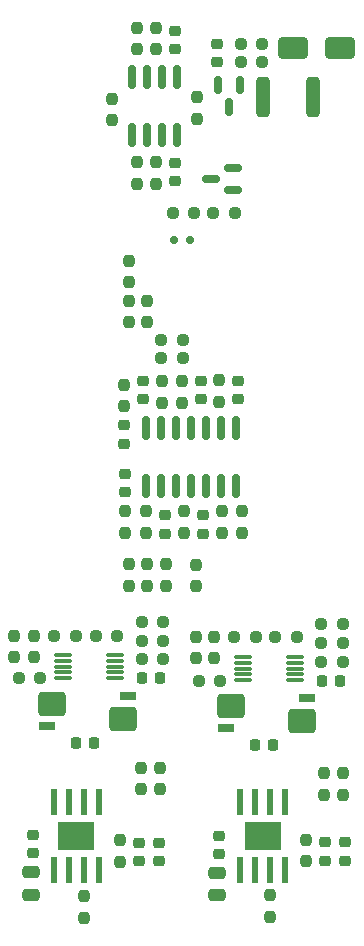
<source format=gbr>
%TF.GenerationSoftware,KiCad,Pcbnew,8.0.1*%
%TF.CreationDate,2024-06-19T16:46:37+02:00*%
%TF.ProjectId,MotorShield,4d6f746f-7253-4686-9965-6c642e6b6963,V_1*%
%TF.SameCoordinates,Original*%
%TF.FileFunction,Paste,Top*%
%TF.FilePolarity,Positive*%
%FSLAX46Y46*%
G04 Gerber Fmt 4.6, Leading zero omitted, Abs format (unit mm)*
G04 Created by KiCad (PCBNEW 8.0.1) date 2024-06-19 16:46:37*
%MOMM*%
%LPD*%
G01*
G04 APERTURE LIST*
G04 Aperture macros list*
%AMRoundRect*
0 Rectangle with rounded corners*
0 $1 Rounding radius*
0 $2 $3 $4 $5 $6 $7 $8 $9 X,Y pos of 4 corners*
0 Add a 4 corners polygon primitive as box body*
4,1,4,$2,$3,$4,$5,$6,$7,$8,$9,$2,$3,0*
0 Add four circle primitives for the rounded corners*
1,1,$1+$1,$2,$3*
1,1,$1+$1,$4,$5*
1,1,$1+$1,$6,$7*
1,1,$1+$1,$8,$9*
0 Add four rect primitives between the rounded corners*
20,1,$1+$1,$2,$3,$4,$5,0*
20,1,$1+$1,$4,$5,$6,$7,0*
20,1,$1+$1,$6,$7,$8,$9,0*
20,1,$1+$1,$8,$9,$2,$3,0*%
G04 Aperture macros list end*
%ADD10RoundRect,0.237500X-0.250000X-0.237500X0.250000X-0.237500X0.250000X0.237500X-0.250000X0.237500X0*%
%ADD11RoundRect,0.237500X0.250000X0.237500X-0.250000X0.237500X-0.250000X-0.237500X0.250000X-0.237500X0*%
%ADD12RoundRect,0.150000X0.587500X0.150000X-0.587500X0.150000X-0.587500X-0.150000X0.587500X-0.150000X0*%
%ADD13RoundRect,0.150000X-0.150000X-0.200000X0.150000X-0.200000X0.150000X0.200000X-0.150000X0.200000X0*%
%ADD14RoundRect,0.218750X-0.256250X0.218750X-0.256250X-0.218750X0.256250X-0.218750X0.256250X0.218750X0*%
%ADD15RoundRect,0.250000X-1.000000X-0.650000X1.000000X-0.650000X1.000000X0.650000X-1.000000X0.650000X0*%
%ADD16RoundRect,0.218750X0.256250X-0.218750X0.256250X0.218750X-0.256250X0.218750X-0.256250X-0.218750X0*%
%ADD17RoundRect,0.237500X0.237500X-0.250000X0.237500X0.250000X-0.237500X0.250000X-0.237500X-0.250000X0*%
%ADD18RoundRect,0.150000X0.150000X-0.825000X0.150000X0.825000X-0.150000X0.825000X-0.150000X-0.825000X0*%
%ADD19RoundRect,0.225000X-0.250000X0.225000X-0.250000X-0.225000X0.250000X-0.225000X0.250000X0.225000X0*%
%ADD20RoundRect,0.225000X-0.225000X-0.250000X0.225000X-0.250000X0.225000X0.250000X-0.225000X0.250000X0*%
%ADD21RoundRect,0.237500X-0.237500X0.250000X-0.237500X-0.250000X0.237500X-0.250000X0.237500X0.250000X0*%
%ADD22RoundRect,0.225000X0.250000X-0.225000X0.250000X0.225000X-0.250000X0.225000X-0.250000X-0.225000X0*%
%ADD23RoundRect,0.225000X0.225000X0.250000X-0.225000X0.250000X-0.225000X-0.250000X0.225000X-0.250000X0*%
%ADD24RoundRect,0.150000X-0.150000X0.825000X-0.150000X-0.825000X0.150000X-0.825000X0.150000X0.825000X0*%
%ADD25R,0.500000X2.200000*%
%ADD26R,3.100000X2.400000*%
%ADD27RoundRect,0.250000X0.312500X1.450000X-0.312500X1.450000X-0.312500X-1.450000X0.312500X-1.450000X0*%
%ADD28RoundRect,0.150000X-0.150000X0.587500X-0.150000X-0.587500X0.150000X-0.587500X0.150000X0.587500X0*%
%ADD29RoundRect,0.243600X-0.901400X-0.771400X0.901400X-0.771400X0.901400X0.771400X-0.901400X0.771400X0*%
%ADD30RoundRect,0.091200X-0.608800X-0.288800X0.608800X-0.288800X0.608800X0.288800X-0.608800X0.288800X0*%
%ADD31RoundRect,0.190000X-0.510000X-0.190000X0.510000X-0.190000X0.510000X0.190000X-0.510000X0.190000X0*%
%ADD32RoundRect,0.075000X0.650000X0.075000X-0.650000X0.075000X-0.650000X-0.075000X0.650000X-0.075000X0*%
%ADD33RoundRect,0.250000X-0.475000X0.250000X-0.475000X-0.250000X0.475000X-0.250000X0.475000X0.250000X0*%
G04 APERTURE END LIST*
D10*
%TO.C,R2*%
X126722500Y-74930000D03*
X128547500Y-74930000D03*
%TD*%
D11*
%TO.C,R1*%
X131976500Y-74930000D03*
X130151500Y-74930000D03*
%TD*%
D12*
%TO.C,Q1*%
X131826000Y-73020000D03*
X131826000Y-71120000D03*
X129951000Y-72070000D03*
%TD*%
D13*
%TO.C,D1*%
X128208000Y-77216000D03*
X126808000Y-77216000D03*
%TD*%
D14*
%TO.C,D2*%
X130500000Y-60612500D03*
X130500000Y-62187500D03*
%TD*%
D15*
%TO.C,D3*%
X136938000Y-60960000D03*
X140938000Y-60960000D03*
%TD*%
D16*
%TO.C,D4*%
X125575000Y-129850000D03*
X125575000Y-128275000D03*
%TD*%
D11*
%TO.C,R53*%
X122037500Y-110750000D03*
X120212500Y-110750000D03*
%TD*%
D17*
%TO.C,JP2*%
X123000000Y-106512500D03*
X123000000Y-104687500D03*
%TD*%
%TO.C,R61*%
X122260000Y-128050000D03*
X122260000Y-129875000D03*
%TD*%
D18*
%TO.C,U1*%
X124490000Y-93137500D03*
X125760000Y-93137500D03*
X127030000Y-93137500D03*
X128300000Y-93137500D03*
X129570000Y-93137500D03*
X130840000Y-93137500D03*
X132110000Y-93137500D03*
X132110000Y-98087500D03*
X130840000Y-98087500D03*
X129570000Y-98087500D03*
X128300000Y-98087500D03*
X127030000Y-98087500D03*
X125760000Y-98087500D03*
X124490000Y-98087500D03*
%TD*%
D11*
%TO.C,R45*%
X125937500Y-111150000D03*
X124112500Y-111150000D03*
%TD*%
D19*
%TO.C,C1*%
X122600000Y-92937500D03*
X122600000Y-94487500D03*
%TD*%
D17*
%TO.C,R64*%
X138060000Y-128002500D03*
X138060000Y-129827500D03*
%TD*%
D20*
%TO.C,C14*%
X139370000Y-114550000D03*
X140920000Y-114550000D03*
%TD*%
D21*
%TO.C,JP7*%
X121600000Y-65262500D03*
X121600000Y-67087500D03*
%TD*%
%TO.C,JP3*%
X128700000Y-104737500D03*
X128700000Y-106562500D03*
%TD*%
%TO.C,R13*%
X124600000Y-104687500D03*
X124600000Y-106512500D03*
%TD*%
D17*
%TO.C,JP4*%
X123000000Y-80812500D03*
X123000000Y-78987500D03*
%TD*%
D21*
%TO.C,R32*%
X125300000Y-70662500D03*
X125300000Y-72487500D03*
%TD*%
D22*
%TO.C,C11*%
X122700000Y-98587500D03*
X122700000Y-97037500D03*
%TD*%
%TO.C,C6*%
X124200000Y-90687500D03*
X124200000Y-89137500D03*
%TD*%
D21*
%TO.C,JP5*%
X124600000Y-82387500D03*
X124600000Y-84212500D03*
%TD*%
D19*
%TO.C,C10*%
X126100000Y-100537500D03*
X126100000Y-102087500D03*
%TD*%
D22*
%TO.C,C18*%
X130660000Y-129205000D03*
X130660000Y-127655000D03*
%TD*%
D14*
%TO.C,D7*%
X139660000Y-129802500D03*
X139660000Y-128227500D03*
%TD*%
D19*
%TO.C,C9*%
X129300000Y-100537500D03*
X129300000Y-102087500D03*
%TD*%
D17*
%TO.C,R29*%
X127500000Y-91025000D03*
X127500000Y-89200000D03*
%TD*%
D21*
%TO.C,R56*%
X124060000Y-121902500D03*
X124060000Y-123727500D03*
%TD*%
D23*
%TO.C,C16*%
X135235000Y-120015000D03*
X133685000Y-120015000D03*
%TD*%
D10*
%TO.C,R3*%
X134312500Y-62200000D03*
X132487500Y-62200000D03*
%TD*%
D21*
%TO.C,JP6*%
X123000000Y-82387500D03*
X123000000Y-84212500D03*
%TD*%
D22*
%TO.C,C20*%
X114925000Y-129175000D03*
X114925000Y-127625000D03*
%TD*%
D10*
%TO.C,R39*%
X139332500Y-112950000D03*
X141157500Y-112950000D03*
%TD*%
D11*
%TO.C,R37*%
X133757500Y-110850000D03*
X131932500Y-110850000D03*
%TD*%
D24*
%TO.C,U4*%
X127105000Y-63400000D03*
X125835000Y-63400000D03*
X124565000Y-63400000D03*
X123295000Y-63400000D03*
X123295000Y-68350000D03*
X124565000Y-68350000D03*
X125835000Y-68350000D03*
X127105000Y-68350000D03*
%TD*%
D10*
%TO.C,R41*%
X128932500Y-114550000D03*
X130757500Y-114550000D03*
%TD*%
D21*
%TO.C,R22*%
X127700000Y-100200000D03*
X127700000Y-102025000D03*
%TD*%
D11*
%TO.C,R49*%
X141157500Y-109750000D03*
X139332500Y-109750000D03*
%TD*%
D10*
%TO.C,R40*%
X124112500Y-112750000D03*
X125937500Y-112750000D03*
%TD*%
D21*
%TO.C,R34*%
X123700000Y-70662500D03*
X123700000Y-72487500D03*
%TD*%
%TO.C,R55*%
X139560000Y-122402500D03*
X139560000Y-124227500D03*
%TD*%
D17*
%TO.C,R46*%
X115025000Y-112562500D03*
X115025000Y-110737500D03*
%TD*%
D25*
%TO.C,U6*%
X120480000Y-130575000D03*
X119210000Y-130575000D03*
X117940000Y-130575000D03*
X116670000Y-130575000D03*
X116670000Y-124825000D03*
X117940000Y-124825000D03*
X119210000Y-124825000D03*
X120480000Y-124825000D03*
D26*
X118575000Y-127700000D03*
%TD*%
D17*
%TO.C,R9*%
X122600000Y-91325000D03*
X122600000Y-89500000D03*
%TD*%
%TO.C,R44*%
X130245000Y-112662500D03*
X130245000Y-110837500D03*
%TD*%
D27*
%TO.C,F1*%
X134362500Y-65100000D03*
X138637500Y-65100000D03*
%TD*%
D22*
%TO.C,C13*%
X126900000Y-61050000D03*
X126900000Y-59500000D03*
%TD*%
D11*
%TO.C,R38*%
X118537500Y-110750000D03*
X116712500Y-110750000D03*
%TD*%
D28*
%TO.C,Q2*%
X131500000Y-66000000D03*
X130550000Y-64125000D03*
X132450000Y-64125000D03*
%TD*%
D21*
%TO.C,R17*%
X124500000Y-100200000D03*
X124500000Y-102025000D03*
%TD*%
D29*
%TO.C,R36*%
X116540000Y-116515000D03*
D30*
X116095000Y-118420000D03*
D31*
X122955000Y-115880000D03*
D29*
X122510000Y-117785000D03*
%TD*%
%TO.C,R35*%
X131675000Y-116680000D03*
D30*
X131230000Y-118585000D03*
D31*
X138090000Y-116045000D03*
D29*
X137645000Y-117950000D03*
%TD*%
D32*
%TO.C,IC2*%
X121825000Y-114350000D03*
X121825000Y-113850000D03*
X121825000Y-113350000D03*
X121825000Y-112850000D03*
X121825000Y-112350000D03*
X117425000Y-112350000D03*
X117425000Y-112850000D03*
X117425000Y-113350000D03*
X117425000Y-113850000D03*
X117425000Y-114350000D03*
%TD*%
D17*
%TO.C,R63*%
X119225000Y-134612500D03*
X119225000Y-132787500D03*
%TD*%
D25*
%TO.C,U5*%
X136265000Y-130540000D03*
X134995000Y-130540000D03*
X133725000Y-130540000D03*
X132455000Y-130540000D03*
X132455000Y-124790000D03*
X133725000Y-124790000D03*
X134995000Y-124790000D03*
X136265000Y-124790000D03*
D26*
X134360000Y-127665000D03*
%TD*%
D19*
%TO.C,C12*%
X126900000Y-70700000D03*
X126900000Y-72250000D03*
%TD*%
D21*
%TO.C,R52*%
X128700000Y-110837500D03*
X128700000Y-112662500D03*
%TD*%
D10*
%TO.C,R4*%
X134312500Y-60600000D03*
X132487500Y-60600000D03*
%TD*%
D21*
%TO.C,R27*%
X130900000Y-100200000D03*
X130900000Y-102025000D03*
%TD*%
D23*
%TO.C,C17*%
X120100000Y-119850000D03*
X118550000Y-119850000D03*
%TD*%
D17*
%TO.C,R28*%
X130700000Y-90925000D03*
X130700000Y-89100000D03*
%TD*%
%TO.C,R30*%
X125800000Y-91025000D03*
X125800000Y-89200000D03*
%TD*%
D20*
%TO.C,C15*%
X124150000Y-114350000D03*
X125700000Y-114350000D03*
%TD*%
D33*
%TO.C,C19*%
X130460000Y-130805000D03*
X130460000Y-132705000D03*
%TD*%
D21*
%TO.C,JP1*%
X126200000Y-104687500D03*
X126200000Y-106512500D03*
%TD*%
%TO.C,R58*%
X125660000Y-121902500D03*
X125660000Y-123727500D03*
%TD*%
%TO.C,R54*%
X113325000Y-110737500D03*
X113325000Y-112562500D03*
%TD*%
D33*
%TO.C,C21*%
X114725000Y-130750000D03*
X114725000Y-132650000D03*
%TD*%
D21*
%TO.C,R33*%
X123700000Y-59262500D03*
X123700000Y-61087500D03*
%TD*%
D14*
%TO.C,D5*%
X123860000Y-129850000D03*
X123860000Y-128275000D03*
%TD*%
D32*
%TO.C,IC1*%
X137060000Y-114515000D03*
X137060000Y-114015000D03*
X137060000Y-113515000D03*
X137060000Y-113015000D03*
X137060000Y-112515000D03*
X132660000Y-112515000D03*
X132660000Y-113015000D03*
X132660000Y-113515000D03*
X132660000Y-114015000D03*
X132660000Y-114515000D03*
%TD*%
D17*
%TO.C,R62*%
X134960000Y-134527500D03*
X134960000Y-132702500D03*
%TD*%
D21*
%TO.C,R31*%
X125300000Y-59262500D03*
X125300000Y-61087500D03*
%TD*%
D22*
%TO.C,C8*%
X132300000Y-90687500D03*
X132300000Y-89137500D03*
%TD*%
D17*
%TO.C,R14*%
X122700000Y-102025000D03*
X122700000Y-100200000D03*
%TD*%
D21*
%TO.C,R57*%
X141160000Y-122402500D03*
X141160000Y-124227500D03*
%TD*%
D11*
%TO.C,R50*%
X125937500Y-109550000D03*
X124112500Y-109550000D03*
%TD*%
D10*
%TO.C,R10*%
X125787500Y-87250000D03*
X127612500Y-87250000D03*
%TD*%
D11*
%TO.C,R51*%
X137257500Y-110850000D03*
X135432500Y-110850000D03*
%TD*%
D17*
%TO.C,R12*%
X132600000Y-102025000D03*
X132600000Y-100200000D03*
%TD*%
D22*
%TO.C,C7*%
X129100000Y-90687500D03*
X129100000Y-89137500D03*
%TD*%
D10*
%TO.C,R42*%
X113712500Y-114350000D03*
X115537500Y-114350000D03*
%TD*%
D21*
%TO.C,JP8*%
X128800000Y-65162500D03*
X128800000Y-66987500D03*
%TD*%
D11*
%TO.C,R43*%
X141157500Y-111350000D03*
X139332500Y-111350000D03*
%TD*%
D16*
%TO.C,D6*%
X141360000Y-128227500D03*
X141360000Y-129802500D03*
%TD*%
D10*
%TO.C,R11*%
X125787500Y-85700000D03*
X127612500Y-85700000D03*
%TD*%
M02*

</source>
